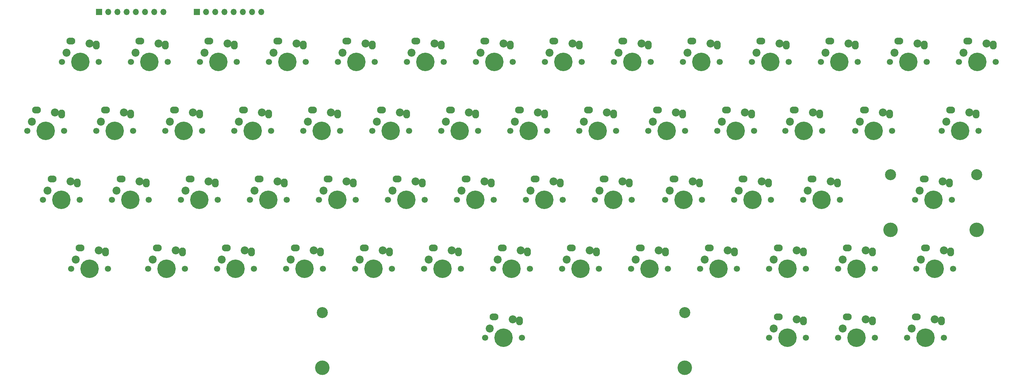
<source format=gbr>
G04 #@! TF.GenerationSoftware,KiCad,Pcbnew,7.0.6*
G04 #@! TF.CreationDate,2024-02-02T16:23:30-05:00*
G04 #@! TF.ProjectId,Galaksija-mx,47616c61-6b73-4696-9a61-2d6d782e6b69,1.0*
G04 #@! TF.SameCoordinates,Original*
G04 #@! TF.FileFunction,Soldermask,Top*
G04 #@! TF.FilePolarity,Negative*
%FSLAX46Y46*%
G04 Gerber Fmt 4.6, Leading zero omitted, Abs format (unit mm)*
G04 Created by KiCad (PCBNEW 7.0.6) date 2024-02-02 16:23:30*
%MOMM*%
%LPD*%
G01*
G04 APERTURE LIST*
%ADD10C,3.050000*%
%ADD11C,4.000000*%
%ADD12C,1.700000*%
%ADD13C,5.100000*%
%ADD14C,2.200000*%
%ADD15O,1.900000X2.450000*%
%ADD16O,2.450000X1.900000*%
%ADD17R,1.700000X1.700000*%
%ADD18O,1.700000X1.700000*%
G04 APERTURE END LIST*
D10*
X126530000Y-131112500D03*
D11*
X126530000Y-146352500D03*
D12*
X171450000Y-138112500D03*
D13*
X176530000Y-138112500D03*
D12*
X181610000Y-138112500D03*
D10*
X226530000Y-131112500D03*
D11*
X226530000Y-146352500D03*
D14*
X179070000Y-133032500D03*
D15*
X180930000Y-133412500D03*
D14*
X172720000Y-135572500D03*
D16*
X173930000Y-132362500D03*
D12*
X287972500Y-138112500D03*
D13*
X293052500Y-138112500D03*
D12*
X298132500Y-138112500D03*
D14*
X295592500Y-133032500D03*
D15*
X297452500Y-133412500D03*
D14*
X289242500Y-135572500D03*
D16*
X290452500Y-132362500D03*
D12*
X144645000Y-100012500D03*
D13*
X149725000Y-100012500D03*
D12*
X154805000Y-100012500D03*
D14*
X152265000Y-94932500D03*
D15*
X154125000Y-95312500D03*
D14*
X145915000Y-97472500D03*
D16*
X147125000Y-94262500D03*
D12*
X273685000Y-80962500D03*
D13*
X278765000Y-80962500D03*
D12*
X283845000Y-80962500D03*
D14*
X281305000Y-75882500D03*
D15*
X283165000Y-76262500D03*
D14*
X274955000Y-78422500D03*
D16*
X276165000Y-75212500D03*
D12*
X121285000Y-80962500D03*
D13*
X126365000Y-80962500D03*
D12*
X131445000Y-80962500D03*
D14*
X128905000Y-75882500D03*
D15*
X130765000Y-76262500D03*
D14*
X122555000Y-78422500D03*
D16*
X123765000Y-75212500D03*
D12*
X297497500Y-80962500D03*
D13*
X302577500Y-80962500D03*
D12*
X307657500Y-80962500D03*
D14*
X305117500Y-75882500D03*
D15*
X306977500Y-76262500D03*
D14*
X298767500Y-78422500D03*
D16*
X299977500Y-75212500D03*
D12*
X116522500Y-119062500D03*
D13*
X121602500Y-119062500D03*
D12*
X126682500Y-119062500D03*
D14*
X124142500Y-113982500D03*
D15*
X126002500Y-114362500D03*
D14*
X117792500Y-116522500D03*
D16*
X119002500Y-113312500D03*
D12*
X221117500Y-100012500D03*
D13*
X226197500Y-100012500D03*
D12*
X231277500Y-100012500D03*
D14*
X228737500Y-94932500D03*
D15*
X230597500Y-95312500D03*
D14*
X222387500Y-97472500D03*
D16*
X223597500Y-94262500D03*
D12*
X135572500Y-119062500D03*
D13*
X140652500Y-119062500D03*
D12*
X145732500Y-119062500D03*
D14*
X143192500Y-113982500D03*
D15*
X145052500Y-114362500D03*
D14*
X136842500Y-116522500D03*
D16*
X138052500Y-113312500D03*
D12*
X57150000Y-119062500D03*
D13*
X62230000Y-119062500D03*
D12*
X67310000Y-119062500D03*
D14*
X64770000Y-113982500D03*
D15*
X66630000Y-114362500D03*
D14*
X58420000Y-116522500D03*
D16*
X59630000Y-113312500D03*
D12*
X264160000Y-61912500D03*
D13*
X269240000Y-61912500D03*
D12*
X274320000Y-61912500D03*
D14*
X271780000Y-56832500D03*
D15*
X273640000Y-57212500D03*
D14*
X265430000Y-59372500D03*
D16*
X266640000Y-56162500D03*
D12*
X149860000Y-61912500D03*
D13*
X154940000Y-61912500D03*
D12*
X160020000Y-61912500D03*
D14*
X157480000Y-56832500D03*
D15*
X159340000Y-57212500D03*
D14*
X151130000Y-59372500D03*
D16*
X152340000Y-56162500D03*
D12*
X102235000Y-80962500D03*
D13*
X107315000Y-80962500D03*
D12*
X112395000Y-80962500D03*
D14*
X109855000Y-75882500D03*
D15*
X111715000Y-76262500D03*
D14*
X103505000Y-78422500D03*
D16*
X104715000Y-75212500D03*
D12*
X73660000Y-61912500D03*
D13*
X78740000Y-61912500D03*
D12*
X83820000Y-61912500D03*
D14*
X81280000Y-56832500D03*
D15*
X83140000Y-57212500D03*
D14*
X74930000Y-59372500D03*
D16*
X76140000Y-56162500D03*
D12*
X78422500Y-119062500D03*
D13*
X83502500Y-119062500D03*
D12*
X88582500Y-119062500D03*
D14*
X86042500Y-113982500D03*
D15*
X87902500Y-114362500D03*
D14*
X79692500Y-116522500D03*
D16*
X80902500Y-113312500D03*
D12*
X178435000Y-80962500D03*
D13*
X183515000Y-80962500D03*
D12*
X188595000Y-80962500D03*
D14*
X186055000Y-75882500D03*
D15*
X187915000Y-76262500D03*
D14*
X179705000Y-78422500D03*
D16*
X180915000Y-75212500D03*
D12*
X259217500Y-100012500D03*
D13*
X264297500Y-100012500D03*
D12*
X269377500Y-100012500D03*
D14*
X266837500Y-94932500D03*
D15*
X268697500Y-95312500D03*
D14*
X260487500Y-97472500D03*
D16*
X261697500Y-94262500D03*
D12*
X240167500Y-100012500D03*
D13*
X245247500Y-100012500D03*
D12*
X250327500Y-100012500D03*
D14*
X247787500Y-94932500D03*
D15*
X249647500Y-95312500D03*
D14*
X241437500Y-97472500D03*
D16*
X242647500Y-94262500D03*
D12*
X154622500Y-119062500D03*
D13*
X159702500Y-119062500D03*
D12*
X164782500Y-119062500D03*
D14*
X162242500Y-113982500D03*
D15*
X164102500Y-114362500D03*
D14*
X155892500Y-116522500D03*
D16*
X157102500Y-113312500D03*
D12*
X283210000Y-61912500D03*
D13*
X288290000Y-61912500D03*
D12*
X293370000Y-61912500D03*
D14*
X290830000Y-56832500D03*
D15*
X292690000Y-57212500D03*
D14*
X284480000Y-59372500D03*
D16*
X285690000Y-56162500D03*
D12*
X92710000Y-61912500D03*
D13*
X97790000Y-61912500D03*
D12*
X102870000Y-61912500D03*
D14*
X100330000Y-56832500D03*
D15*
X102190000Y-57212500D03*
D14*
X93980000Y-59372500D03*
D16*
X95190000Y-56162500D03*
D12*
X197485000Y-80962500D03*
D13*
X202565000Y-80962500D03*
D12*
X207645000Y-80962500D03*
D14*
X205105000Y-75882500D03*
D15*
X206965000Y-76262500D03*
D14*
X198755000Y-78422500D03*
D16*
X199965000Y-75212500D03*
D12*
X211772500Y-119062500D03*
D13*
X216852500Y-119062500D03*
D12*
X221932500Y-119062500D03*
D14*
X219392500Y-113982500D03*
D15*
X221252500Y-114362500D03*
D14*
X213042500Y-116522500D03*
D16*
X214252500Y-113312500D03*
D12*
X192722500Y-119062500D03*
D13*
X197802500Y-119062500D03*
D12*
X202882500Y-119062500D03*
D14*
X200342500Y-113982500D03*
D15*
X202202500Y-114362500D03*
D14*
X193992500Y-116522500D03*
D16*
X195202500Y-113312500D03*
D12*
X87495000Y-100012500D03*
D13*
X92575000Y-100012500D03*
D12*
X97655000Y-100012500D03*
D14*
X95115000Y-94932500D03*
D15*
X96975000Y-95312500D03*
D14*
X88765000Y-97472500D03*
D16*
X89975000Y-94262500D03*
D12*
X235585000Y-80962500D03*
D13*
X240665000Y-80962500D03*
D12*
X245745000Y-80962500D03*
D14*
X243205000Y-75882500D03*
D15*
X245065000Y-76262500D03*
D14*
X236855000Y-78422500D03*
D16*
X238065000Y-75212500D03*
D12*
X45085000Y-80962500D03*
D13*
X50165000Y-80962500D03*
D12*
X55245000Y-80962500D03*
D14*
X52705000Y-75882500D03*
D15*
X54565000Y-76262500D03*
D14*
X46355000Y-78422500D03*
D16*
X47565000Y-75212500D03*
D12*
X68445000Y-100012500D03*
D13*
X73525000Y-100012500D03*
D12*
X78605000Y-100012500D03*
D14*
X76065000Y-94932500D03*
D15*
X77925000Y-95312500D03*
D14*
X69715000Y-97472500D03*
D16*
X70925000Y-94262500D03*
D12*
X111760000Y-61912500D03*
D13*
X116840000Y-61912500D03*
D12*
X121920000Y-61912500D03*
D14*
X119380000Y-56832500D03*
D15*
X121240000Y-57212500D03*
D14*
X113030000Y-59372500D03*
D16*
X114240000Y-56162500D03*
D12*
X249872500Y-119062500D03*
D13*
X254952500Y-119062500D03*
D12*
X260032500Y-119062500D03*
D14*
X257492500Y-113982500D03*
D15*
X259352500Y-114362500D03*
D14*
X251142500Y-116522500D03*
D16*
X252352500Y-113312500D03*
D12*
X201795000Y-100012500D03*
D13*
X206875000Y-100012500D03*
D12*
X211955000Y-100012500D03*
D14*
X209415000Y-94932500D03*
D15*
X211275000Y-95312500D03*
D14*
X203065000Y-97472500D03*
D16*
X204275000Y-94262500D03*
D12*
X268922500Y-138112500D03*
D13*
X274002500Y-138112500D03*
D12*
X279082500Y-138112500D03*
D14*
X276542500Y-133032500D03*
D15*
X278402500Y-133412500D03*
D14*
X270192500Y-135572500D03*
D16*
X271402500Y-132362500D03*
D12*
X182745000Y-100012500D03*
D13*
X187825000Y-100012500D03*
D12*
X192905000Y-100012500D03*
D14*
X190365000Y-94932500D03*
D15*
X192225000Y-95312500D03*
D14*
X184015000Y-97472500D03*
D16*
X185225000Y-94262500D03*
D17*
X64890000Y-48112500D03*
D18*
X67430000Y-48112500D03*
X69970000Y-48112500D03*
X72510000Y-48112500D03*
X75050000Y-48112500D03*
X77590000Y-48112500D03*
X80130000Y-48112500D03*
X82670000Y-48112500D03*
D12*
X159385000Y-80962500D03*
D13*
X164465000Y-80962500D03*
D12*
X169545000Y-80962500D03*
D14*
X167005000Y-75882500D03*
D15*
X168865000Y-76262500D03*
D14*
X160655000Y-78422500D03*
D16*
X161865000Y-75212500D03*
D12*
X140335000Y-80962500D03*
D13*
X145415000Y-80962500D03*
D12*
X150495000Y-80962500D03*
D14*
X147955000Y-75882500D03*
D15*
X149815000Y-76262500D03*
D14*
X141605000Y-78422500D03*
D16*
X142815000Y-75212500D03*
D12*
X290512500Y-119062500D03*
D13*
X295592500Y-119062500D03*
D12*
X300672500Y-119062500D03*
D14*
X298132500Y-113982500D03*
D15*
X299992500Y-114362500D03*
D14*
X291782500Y-116522500D03*
D16*
X292992500Y-113312500D03*
D10*
X283375000Y-93012500D03*
D11*
X283375000Y-108252500D03*
D12*
X290195000Y-100012500D03*
D13*
X295275000Y-100012500D03*
D12*
X300355000Y-100012500D03*
D10*
X307175000Y-93012500D03*
D11*
X307175000Y-108252500D03*
D14*
X297815000Y-94932500D03*
D15*
X299675000Y-95312500D03*
D14*
X291465000Y-97472500D03*
D16*
X292675000Y-94262500D03*
D12*
X207010000Y-61912500D03*
D13*
X212090000Y-61912500D03*
D12*
X217170000Y-61912500D03*
D14*
X214630000Y-56832500D03*
D15*
X216490000Y-57212500D03*
D14*
X208280000Y-59372500D03*
D16*
X209490000Y-56162500D03*
D12*
X216535000Y-80962500D03*
D13*
X221615000Y-80962500D03*
D12*
X226695000Y-80962500D03*
D14*
X224155000Y-75882500D03*
D15*
X226015000Y-76262500D03*
D14*
X217805000Y-78422500D03*
D16*
X219015000Y-75212500D03*
D12*
X168910000Y-61912500D03*
D13*
X173990000Y-61912500D03*
D12*
X179070000Y-61912500D03*
D14*
X176530000Y-56832500D03*
D15*
X178390000Y-57212500D03*
D14*
X170180000Y-59372500D03*
D16*
X171390000Y-56162500D03*
D12*
X230822500Y-119062500D03*
D13*
X235902500Y-119062500D03*
D12*
X240982500Y-119062500D03*
D14*
X238442500Y-113982500D03*
D15*
X240302500Y-114362500D03*
D14*
X232092500Y-116522500D03*
D16*
X233302500Y-113312500D03*
D12*
X125595000Y-100012500D03*
D13*
X130675000Y-100012500D03*
D12*
X135755000Y-100012500D03*
D14*
X133215000Y-94932500D03*
D15*
X135075000Y-95312500D03*
D14*
X126865000Y-97472500D03*
D16*
X128075000Y-94262500D03*
D17*
X91890000Y-48112500D03*
D18*
X94430000Y-48112500D03*
X96970000Y-48112500D03*
X99510000Y-48112500D03*
X102050000Y-48112500D03*
X104590000Y-48112500D03*
X107130000Y-48112500D03*
X109670000Y-48112500D03*
D12*
X254317500Y-80962500D03*
D13*
X259397500Y-80962500D03*
D12*
X264477500Y-80962500D03*
D14*
X261937500Y-75882500D03*
D15*
X263797500Y-76262500D03*
D14*
X255587500Y-78422500D03*
D16*
X256797500Y-75212500D03*
D12*
X130810000Y-61912500D03*
D13*
X135890000Y-61912500D03*
D12*
X140970000Y-61912500D03*
D14*
X138430000Y-56832500D03*
D15*
X140290000Y-57212500D03*
D14*
X132080000Y-59372500D03*
D16*
X133290000Y-56162500D03*
D12*
X226060000Y-61912500D03*
D13*
X231140000Y-61912500D03*
D12*
X236220000Y-61912500D03*
D14*
X233680000Y-56832500D03*
D15*
X235540000Y-57212500D03*
D14*
X227330000Y-59372500D03*
D16*
X228540000Y-56162500D03*
D12*
X49395000Y-100012500D03*
D13*
X54475000Y-100012500D03*
D12*
X59555000Y-100012500D03*
D14*
X57015000Y-94932500D03*
D15*
X58875000Y-95312500D03*
D14*
X50665000Y-97472500D03*
D16*
X51875000Y-94262500D03*
D12*
X302260000Y-61912500D03*
D13*
X307340000Y-61912500D03*
D12*
X312420000Y-61912500D03*
D14*
X309880000Y-56832500D03*
D15*
X311740000Y-57212500D03*
D14*
X303530000Y-59372500D03*
D16*
X304740000Y-56162500D03*
D12*
X187960000Y-61912500D03*
D13*
X193040000Y-61912500D03*
D12*
X198120000Y-61912500D03*
D14*
X195580000Y-56832500D03*
D15*
X197440000Y-57212500D03*
D14*
X189230000Y-59372500D03*
D16*
X190440000Y-56162500D03*
D12*
X97472500Y-119062500D03*
D13*
X102552500Y-119062500D03*
D12*
X107632500Y-119062500D03*
D14*
X105092500Y-113982500D03*
D15*
X106952500Y-114362500D03*
D14*
X98742500Y-116522500D03*
D16*
X99952500Y-113312500D03*
D12*
X106545000Y-100012500D03*
D13*
X111625000Y-100012500D03*
D12*
X116705000Y-100012500D03*
D14*
X114165000Y-94932500D03*
D15*
X116025000Y-95312500D03*
D14*
X107815000Y-97472500D03*
D16*
X109025000Y-94262500D03*
D12*
X83185000Y-80962500D03*
D13*
X88265000Y-80962500D03*
D12*
X93345000Y-80962500D03*
D14*
X90805000Y-75882500D03*
D15*
X92665000Y-76262500D03*
D14*
X84455000Y-78422500D03*
D16*
X85665000Y-75212500D03*
D12*
X268922500Y-119062500D03*
D13*
X274002500Y-119062500D03*
D12*
X279082500Y-119062500D03*
D14*
X276542500Y-113982500D03*
D15*
X278402500Y-114362500D03*
D14*
X270192500Y-116522500D03*
D16*
X271402500Y-113312500D03*
D12*
X245110000Y-61912500D03*
D13*
X250190000Y-61912500D03*
D12*
X255270000Y-61912500D03*
D14*
X252730000Y-56832500D03*
D15*
X254590000Y-57212500D03*
D14*
X246380000Y-59372500D03*
D16*
X247590000Y-56162500D03*
D12*
X163695000Y-100012500D03*
D13*
X168775000Y-100012500D03*
D12*
X173855000Y-100012500D03*
D14*
X171315000Y-94932500D03*
D15*
X173175000Y-95312500D03*
D14*
X164965000Y-97472500D03*
D16*
X166175000Y-94262500D03*
D12*
X54610000Y-61912500D03*
D13*
X59690000Y-61912500D03*
D12*
X64770000Y-61912500D03*
D14*
X62230000Y-56832500D03*
D15*
X64090000Y-57212500D03*
D14*
X55880000Y-59372500D03*
D16*
X57090000Y-56162500D03*
D12*
X64135000Y-80962500D03*
D13*
X69215000Y-80962500D03*
D12*
X74295000Y-80962500D03*
D14*
X71755000Y-75882500D03*
D15*
X73615000Y-76262500D03*
D14*
X65405000Y-78422500D03*
D16*
X66615000Y-75212500D03*
D12*
X173672500Y-119062500D03*
D13*
X178752500Y-119062500D03*
D12*
X183832500Y-119062500D03*
D14*
X181292500Y-113982500D03*
D15*
X183152500Y-114362500D03*
D14*
X174942500Y-116522500D03*
D16*
X176152500Y-113312500D03*
D12*
X249872500Y-138112500D03*
D13*
X254952500Y-138112500D03*
D12*
X260032500Y-138112500D03*
D14*
X257492500Y-133032500D03*
D15*
X259352500Y-133412500D03*
D14*
X251142500Y-135572500D03*
D16*
X252352500Y-132362500D03*
M02*

</source>
